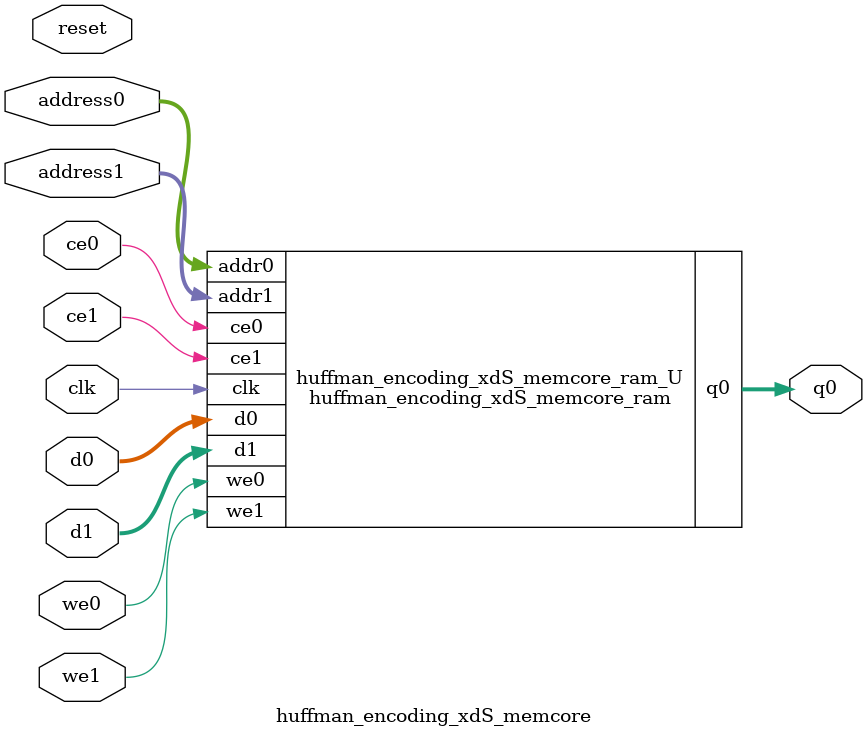
<source format=v>
`timescale 1 ns / 1 ps
module huffman_encoding_xdS_memcore_ram (addr0, ce0, d0, we0, q0, addr1, ce1, d1, we1,  clk);

parameter DWIDTH = 32;
parameter AWIDTH = 6;
parameter MEM_SIZE = 64;

input[AWIDTH-1:0] addr0;
input ce0;
input[DWIDTH-1:0] d0;
input we0;
output reg[DWIDTH-1:0] q0;
input[AWIDTH-1:0] addr1;
input ce1;
input[DWIDTH-1:0] d1;
input we1;
input clk;

(* ram_style = "block" *)reg [DWIDTH-1:0] ram[0:MEM_SIZE-1];




always @(posedge clk)  
begin 
    if (ce0) begin
        if (we0) 
            ram[addr0] <= d0; 
        q0 <= ram[addr0];
    end
end


always @(posedge clk)  
begin 
    if (ce1) begin
        if (we1) 
            ram[addr1] <= d1; 
    end
end


endmodule

`timescale 1 ns / 1 ps
module huffman_encoding_xdS_memcore(
    reset,
    clk,
    address0,
    ce0,
    we0,
    d0,
    q0,
    address1,
    ce1,
    we1,
    d1);

parameter DataWidth = 32'd32;
parameter AddressRange = 32'd64;
parameter AddressWidth = 32'd6;
input reset;
input clk;
input[AddressWidth - 1:0] address0;
input ce0;
input we0;
input[DataWidth - 1:0] d0;
output[DataWidth - 1:0] q0;
input[AddressWidth - 1:0] address1;
input ce1;
input we1;
input[DataWidth - 1:0] d1;



huffman_encoding_xdS_memcore_ram huffman_encoding_xdS_memcore_ram_U(
    .clk( clk ),
    .addr0( address0 ),
    .ce0( ce0 ),
    .we0( we0 ),
    .d0( d0 ),
    .q0( q0 ),
    .addr1( address1 ),
    .ce1( ce1 ),
    .we1( we1 ),
    .d1( d1 ));

endmodule


</source>
